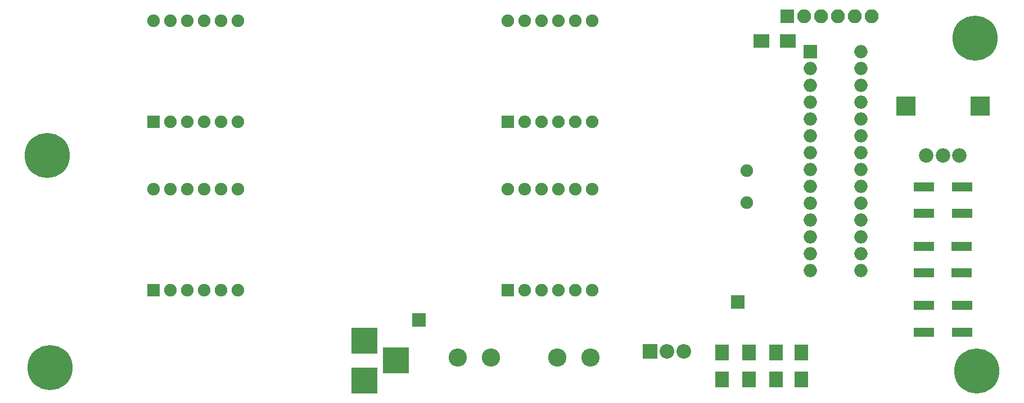
<source format=gbr>
G04 #@! TF.FileFunction,Soldermask,Top*
%FSLAX46Y46*%
G04 Gerber Fmt 4.6, Leading zero omitted, Abs format (unit mm)*
G04 Created by KiCad (PCBNEW 4.0.6) date Monday, March 05, 2018 'AMt' 11:52:21 AM*
%MOMM*%
%LPD*%
G01*
G04 APERTURE LIST*
%ADD10C,0.100000*%
%ADD11R,3.150000X1.400000*%
%ADD12R,2.900000X2.900000*%
%ADD13C,2.178000*%
%ADD14C,6.800000*%
%ADD15R,1.900000X1.900000*%
%ADD16C,1.900000*%
%ADD17R,2.100000X2.400000*%
%ADD18C,2.750000*%
%ADD19R,2.100000X2.100000*%
%ADD20O,2.100000X2.100000*%
%ADD21R,3.900000X3.900000*%
%ADD22R,2.400000X2.100000*%
%ADD23R,2.000000X2.000000*%
%ADD24O,2.000000X2.000000*%
%ADD25R,2.200000X2.200000*%
%ADD26O,2.200000X2.200000*%
G04 APERTURE END LIST*
D10*
D11*
X174381440Y-52980840D03*
X180131440Y-52980840D03*
X180131440Y-56980840D03*
X174381440Y-56980840D03*
D12*
X182831040Y-40795560D03*
D13*
X177231040Y-48295560D03*
X174731040Y-48295560D03*
X179731040Y-48295560D03*
D12*
X171631040Y-40795560D03*
D14*
X182356760Y-80736440D03*
X182102760Y-30566360D03*
X42336720Y-48295560D03*
D15*
X58420000Y-68580000D03*
D16*
X60960000Y-68580000D03*
X63500000Y-68580000D03*
X66040000Y-68580000D03*
X68580000Y-68580000D03*
X71120000Y-68580000D03*
X71120000Y-53340000D03*
X68580000Y-53340000D03*
X66040000Y-53340000D03*
X63500000Y-53340000D03*
X60960000Y-53340000D03*
X58420000Y-53340000D03*
D15*
X111760000Y-68580000D03*
D16*
X114300000Y-68580000D03*
X116840000Y-68580000D03*
X119380000Y-68580000D03*
X121920000Y-68580000D03*
X124460000Y-68580000D03*
X124460000Y-53340000D03*
X121920000Y-53340000D03*
X119380000Y-53340000D03*
X116840000Y-53340000D03*
X114300000Y-53340000D03*
X111760000Y-53340000D03*
D15*
X111760000Y-43180000D03*
D16*
X114300000Y-43180000D03*
X116840000Y-43180000D03*
X119380000Y-43180000D03*
X121920000Y-43180000D03*
X124460000Y-43180000D03*
X124460000Y-27940000D03*
X121920000Y-27940000D03*
X119380000Y-27940000D03*
X116840000Y-27940000D03*
X114300000Y-27940000D03*
X111760000Y-27940000D03*
D15*
X58420000Y-43180000D03*
D16*
X60960000Y-43180000D03*
X63500000Y-43180000D03*
X66040000Y-43180000D03*
X68580000Y-43180000D03*
X71120000Y-43180000D03*
X71120000Y-27940000D03*
X68580000Y-27940000D03*
X66040000Y-27940000D03*
X63500000Y-27940000D03*
X60960000Y-27940000D03*
X58420000Y-27940000D03*
D17*
X152146000Y-82010000D03*
X152146000Y-78010000D03*
X148082000Y-82010000D03*
X148082000Y-78010000D03*
D18*
X109206000Y-78740000D03*
X104206000Y-78740000D03*
X119206000Y-78740000D03*
X124206000Y-78740000D03*
D19*
X153825000Y-27300000D03*
D20*
X156365000Y-27300000D03*
X158905000Y-27300000D03*
X161445000Y-27300000D03*
X163985000Y-27300000D03*
X166525000Y-27300000D03*
D21*
X90170000Y-76200000D03*
X90170000Y-82200000D03*
X94870000Y-79200000D03*
D17*
X155956000Y-82010000D03*
X155956000Y-78010000D03*
D22*
X153892000Y-30988000D03*
X149892000Y-30988000D03*
D17*
X144018000Y-82010000D03*
X144018000Y-78010000D03*
D11*
X174381440Y-70892920D03*
X180131440Y-70892920D03*
X180131440Y-74892920D03*
X174381440Y-74892920D03*
X174335720Y-61936880D03*
X180085720Y-61936880D03*
X180085720Y-65936880D03*
X174335720Y-65936880D03*
D23*
X157275000Y-32625000D03*
D24*
X164895000Y-65645000D03*
X157275000Y-35165000D03*
X164895000Y-63105000D03*
X157275000Y-37705000D03*
X164895000Y-60565000D03*
X157275000Y-40245000D03*
X164895000Y-58025000D03*
X157275000Y-42785000D03*
X164895000Y-55485000D03*
X157275000Y-45325000D03*
X164895000Y-52945000D03*
X157275000Y-47865000D03*
X164895000Y-50405000D03*
X157275000Y-50405000D03*
X164895000Y-47865000D03*
X157275000Y-52945000D03*
X164895000Y-45325000D03*
X157275000Y-55485000D03*
X164895000Y-42785000D03*
X157275000Y-58025000D03*
X164895000Y-40245000D03*
X157275000Y-60565000D03*
X164895000Y-37705000D03*
X157275000Y-63105000D03*
X164895000Y-35165000D03*
X157275000Y-65645000D03*
X164895000Y-32625000D03*
D16*
X147726400Y-55397400D03*
X147726400Y-50517400D03*
D14*
X42778680Y-80274160D03*
D25*
X133101080Y-77851000D03*
D26*
X135641080Y-77851000D03*
X138181080Y-77851000D03*
D19*
X146319240Y-70383400D03*
X98336100Y-73101200D03*
M02*

</source>
